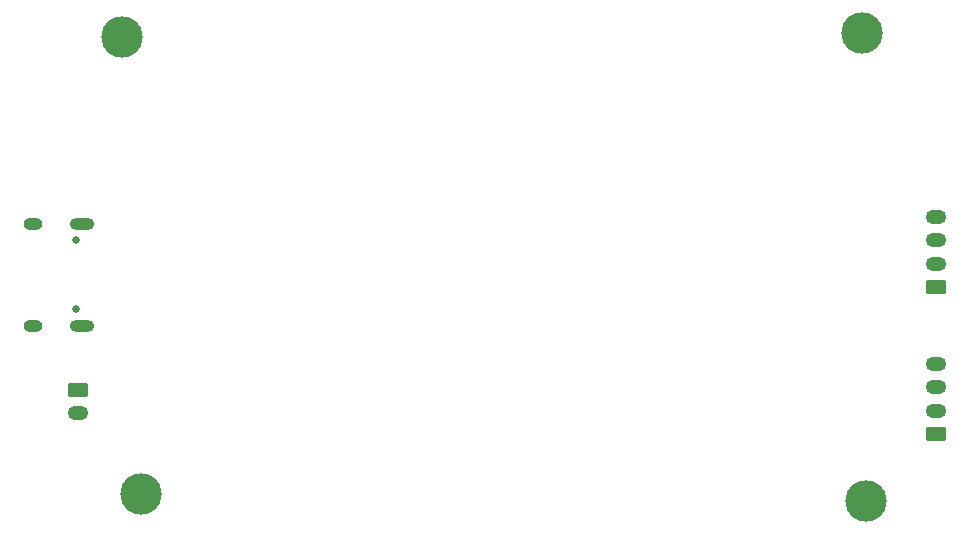
<source format=gbr>
%TF.GenerationSoftware,KiCad,Pcbnew,(7.0.0)*%
%TF.CreationDate,2023-04-13T18:09:42+05:30*%
%TF.ProjectId,smart_toilet,736d6172-745f-4746-9f69-6c65742e6b69,rev?*%
%TF.SameCoordinates,Original*%
%TF.FileFunction,Soldermask,Bot*%
%TF.FilePolarity,Negative*%
%FSLAX46Y46*%
G04 Gerber Fmt 4.6, Leading zero omitted, Abs format (unit mm)*
G04 Created by KiCad (PCBNEW (7.0.0)) date 2023-04-13 18:09:42*
%MOMM*%
%LPD*%
G01*
G04 APERTURE LIST*
G04 Aperture macros list*
%AMRoundRect*
0 Rectangle with rounded corners*
0 $1 Rounding radius*
0 $2 $3 $4 $5 $6 $7 $8 $9 X,Y pos of 4 corners*
0 Add a 4 corners polygon primitive as box body*
4,1,4,$2,$3,$4,$5,$6,$7,$8,$9,$2,$3,0*
0 Add four circle primitives for the rounded corners*
1,1,$1+$1,$2,$3*
1,1,$1+$1,$4,$5*
1,1,$1+$1,$6,$7*
1,1,$1+$1,$8,$9*
0 Add four rect primitives between the rounded corners*
20,1,$1+$1,$2,$3,$4,$5,0*
20,1,$1+$1,$4,$5,$6,$7,0*
20,1,$1+$1,$6,$7,$8,$9,0*
20,1,$1+$1,$8,$9,$2,$3,0*%
G04 Aperture macros list end*
%ADD10RoundRect,0.250000X0.625000X-0.350000X0.625000X0.350000X-0.625000X0.350000X-0.625000X-0.350000X0*%
%ADD11O,1.750000X1.200000*%
%ADD12C,0.650000*%
%ADD13O,2.100000X1.000000*%
%ADD14O,1.600000X1.000000*%
%ADD15C,3.500000*%
%ADD16RoundRect,0.250000X-0.625000X0.350000X-0.625000X-0.350000X0.625000X-0.350000X0.625000X0.350000X0*%
G04 APERTURE END LIST*
D10*
%TO.C,J2*%
X181650000Y-116900000D03*
D11*
X181649999Y-114899999D03*
X181649999Y-112899999D03*
X181649999Y-110899999D03*
%TD*%
D12*
%TO.C,J5*%
X108800000Y-100470000D03*
X108800000Y-106250000D03*
D13*
X109329999Y-99039999D03*
D14*
X105149999Y-99039999D03*
D13*
X109329999Y-107679999D03*
D14*
X105149999Y-107679999D03*
%TD*%
D15*
%TO.C,H1*%
X112700000Y-83250000D03*
%TD*%
D16*
%TO.C,J1*%
X108960000Y-113110000D03*
D11*
X108959999Y-115109999D03*
%TD*%
D10*
%TO.C,J3*%
X181650000Y-104455000D03*
D11*
X181649999Y-102454999D03*
X181649999Y-100454999D03*
X181649999Y-98454999D03*
%TD*%
D15*
%TO.C,H4*%
X175750000Y-122500000D03*
%TD*%
%TO.C,H2*%
X175400000Y-82950000D03*
%TD*%
%TO.C,H3*%
X114300000Y-121950000D03*
%TD*%
M02*

</source>
